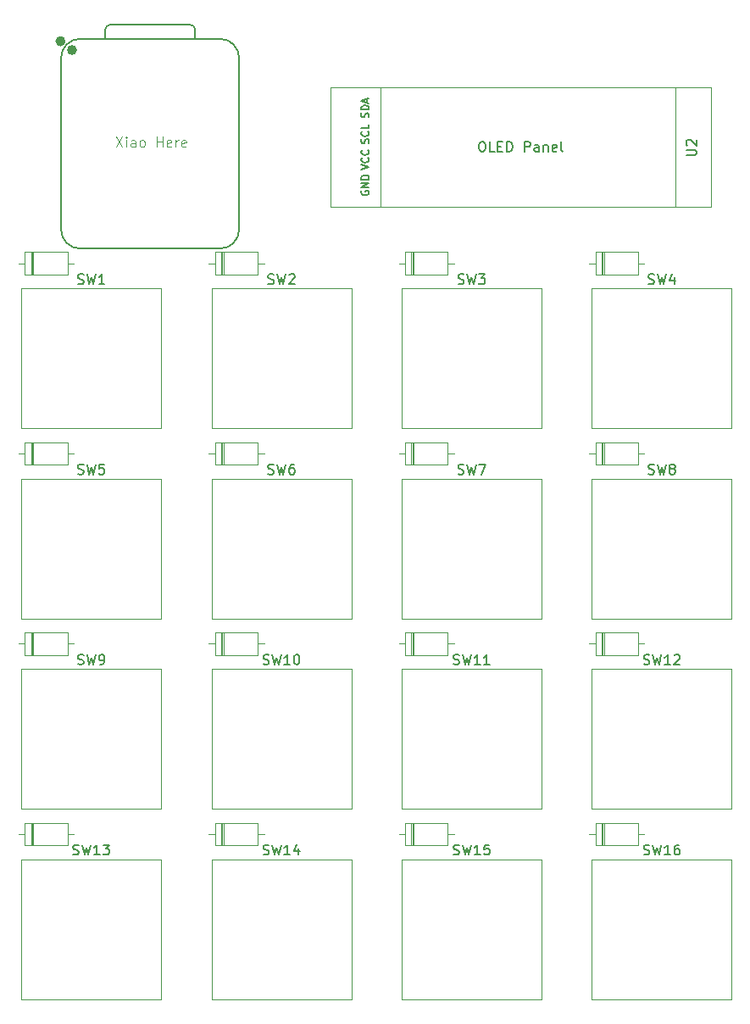
<source format=gto>
%TF.GenerationSoftware,KiCad,Pcbnew,9.0.6*%
%TF.CreationDate,2025-12-06T16:37:22-05:00*%
%TF.ProjectId,hackpad,6861636b-7061-4642-9e6b-696361645f70,rev?*%
%TF.SameCoordinates,Original*%
%TF.FileFunction,Legend,Top*%
%TF.FilePolarity,Positive*%
%FSLAX46Y46*%
G04 Gerber Fmt 4.6, Leading zero omitted, Abs format (unit mm)*
G04 Created by KiCad (PCBNEW 9.0.6) date 2025-12-06 16:37:22*
%MOMM*%
%LPD*%
G01*
G04 APERTURE LIST*
%ADD10C,0.100000*%
%ADD11C,0.150000*%
%ADD12C,0.120000*%
%ADD13C,0.040000*%
%ADD14C,0.127000*%
%ADD15C,0.504000*%
G04 APERTURE END LIST*
D10*
X84952381Y-52372419D02*
X85619047Y-53372419D01*
X85619047Y-52372419D02*
X84952381Y-53372419D01*
X86000000Y-53372419D02*
X86000000Y-52705752D01*
X86000000Y-52372419D02*
X85952381Y-52420038D01*
X85952381Y-52420038D02*
X86000000Y-52467657D01*
X86000000Y-52467657D02*
X86047619Y-52420038D01*
X86047619Y-52420038D02*
X86000000Y-52372419D01*
X86000000Y-52372419D02*
X86000000Y-52467657D01*
X86904761Y-53372419D02*
X86904761Y-52848609D01*
X86904761Y-52848609D02*
X86857142Y-52753371D01*
X86857142Y-52753371D02*
X86761904Y-52705752D01*
X86761904Y-52705752D02*
X86571428Y-52705752D01*
X86571428Y-52705752D02*
X86476190Y-52753371D01*
X86904761Y-53324800D02*
X86809523Y-53372419D01*
X86809523Y-53372419D02*
X86571428Y-53372419D01*
X86571428Y-53372419D02*
X86476190Y-53324800D01*
X86476190Y-53324800D02*
X86428571Y-53229561D01*
X86428571Y-53229561D02*
X86428571Y-53134323D01*
X86428571Y-53134323D02*
X86476190Y-53039085D01*
X86476190Y-53039085D02*
X86571428Y-52991466D01*
X86571428Y-52991466D02*
X86809523Y-52991466D01*
X86809523Y-52991466D02*
X86904761Y-52943847D01*
X87523809Y-53372419D02*
X87428571Y-53324800D01*
X87428571Y-53324800D02*
X87380952Y-53277180D01*
X87380952Y-53277180D02*
X87333333Y-53181942D01*
X87333333Y-53181942D02*
X87333333Y-52896228D01*
X87333333Y-52896228D02*
X87380952Y-52800990D01*
X87380952Y-52800990D02*
X87428571Y-52753371D01*
X87428571Y-52753371D02*
X87523809Y-52705752D01*
X87523809Y-52705752D02*
X87666666Y-52705752D01*
X87666666Y-52705752D02*
X87761904Y-52753371D01*
X87761904Y-52753371D02*
X87809523Y-52800990D01*
X87809523Y-52800990D02*
X87857142Y-52896228D01*
X87857142Y-52896228D02*
X87857142Y-53181942D01*
X87857142Y-53181942D02*
X87809523Y-53277180D01*
X87809523Y-53277180D02*
X87761904Y-53324800D01*
X87761904Y-53324800D02*
X87666666Y-53372419D01*
X87666666Y-53372419D02*
X87523809Y-53372419D01*
X89047619Y-53372419D02*
X89047619Y-52372419D01*
X89047619Y-52848609D02*
X89619047Y-52848609D01*
X89619047Y-53372419D02*
X89619047Y-52372419D01*
X90476190Y-53324800D02*
X90380952Y-53372419D01*
X90380952Y-53372419D02*
X90190476Y-53372419D01*
X90190476Y-53372419D02*
X90095238Y-53324800D01*
X90095238Y-53324800D02*
X90047619Y-53229561D01*
X90047619Y-53229561D02*
X90047619Y-52848609D01*
X90047619Y-52848609D02*
X90095238Y-52753371D01*
X90095238Y-52753371D02*
X90190476Y-52705752D01*
X90190476Y-52705752D02*
X90380952Y-52705752D01*
X90380952Y-52705752D02*
X90476190Y-52753371D01*
X90476190Y-52753371D02*
X90523809Y-52848609D01*
X90523809Y-52848609D02*
X90523809Y-52943847D01*
X90523809Y-52943847D02*
X90047619Y-53039085D01*
X90952381Y-53372419D02*
X90952381Y-52705752D01*
X90952381Y-52896228D02*
X91000000Y-52800990D01*
X91000000Y-52800990D02*
X91047619Y-52753371D01*
X91047619Y-52753371D02*
X91142857Y-52705752D01*
X91142857Y-52705752D02*
X91238095Y-52705752D01*
X91952381Y-53324800D02*
X91857143Y-53372419D01*
X91857143Y-53372419D02*
X91666667Y-53372419D01*
X91666667Y-53372419D02*
X91571429Y-53324800D01*
X91571429Y-53324800D02*
X91523810Y-53229561D01*
X91523810Y-53229561D02*
X91523810Y-52848609D01*
X91523810Y-52848609D02*
X91571429Y-52753371D01*
X91571429Y-52753371D02*
X91666667Y-52705752D01*
X91666667Y-52705752D02*
X91857143Y-52705752D01*
X91857143Y-52705752D02*
X91952381Y-52753371D01*
X91952381Y-52753371D02*
X92000000Y-52848609D01*
X92000000Y-52848609D02*
X92000000Y-52943847D01*
X92000000Y-52943847D02*
X91523810Y-53039085D01*
D11*
X138166667Y-67033200D02*
X138309524Y-67080819D01*
X138309524Y-67080819D02*
X138547619Y-67080819D01*
X138547619Y-67080819D02*
X138642857Y-67033200D01*
X138642857Y-67033200D02*
X138690476Y-66985580D01*
X138690476Y-66985580D02*
X138738095Y-66890342D01*
X138738095Y-66890342D02*
X138738095Y-66795104D01*
X138738095Y-66795104D02*
X138690476Y-66699866D01*
X138690476Y-66699866D02*
X138642857Y-66652247D01*
X138642857Y-66652247D02*
X138547619Y-66604628D01*
X138547619Y-66604628D02*
X138357143Y-66557009D01*
X138357143Y-66557009D02*
X138261905Y-66509390D01*
X138261905Y-66509390D02*
X138214286Y-66461771D01*
X138214286Y-66461771D02*
X138166667Y-66366533D01*
X138166667Y-66366533D02*
X138166667Y-66271295D01*
X138166667Y-66271295D02*
X138214286Y-66176057D01*
X138214286Y-66176057D02*
X138261905Y-66128438D01*
X138261905Y-66128438D02*
X138357143Y-66080819D01*
X138357143Y-66080819D02*
X138595238Y-66080819D01*
X138595238Y-66080819D02*
X138738095Y-66128438D01*
X139071429Y-66080819D02*
X139309524Y-67080819D01*
X139309524Y-67080819D02*
X139500000Y-66366533D01*
X139500000Y-66366533D02*
X139690476Y-67080819D01*
X139690476Y-67080819D02*
X139928572Y-66080819D01*
X140738095Y-66414152D02*
X140738095Y-67080819D01*
X140500000Y-66033200D02*
X140261905Y-66747485D01*
X140261905Y-66747485D02*
X140880952Y-66747485D01*
X99690476Y-124033200D02*
X99833333Y-124080819D01*
X99833333Y-124080819D02*
X100071428Y-124080819D01*
X100071428Y-124080819D02*
X100166666Y-124033200D01*
X100166666Y-124033200D02*
X100214285Y-123985580D01*
X100214285Y-123985580D02*
X100261904Y-123890342D01*
X100261904Y-123890342D02*
X100261904Y-123795104D01*
X100261904Y-123795104D02*
X100214285Y-123699866D01*
X100214285Y-123699866D02*
X100166666Y-123652247D01*
X100166666Y-123652247D02*
X100071428Y-123604628D01*
X100071428Y-123604628D02*
X99880952Y-123557009D01*
X99880952Y-123557009D02*
X99785714Y-123509390D01*
X99785714Y-123509390D02*
X99738095Y-123461771D01*
X99738095Y-123461771D02*
X99690476Y-123366533D01*
X99690476Y-123366533D02*
X99690476Y-123271295D01*
X99690476Y-123271295D02*
X99738095Y-123176057D01*
X99738095Y-123176057D02*
X99785714Y-123128438D01*
X99785714Y-123128438D02*
X99880952Y-123080819D01*
X99880952Y-123080819D02*
X100119047Y-123080819D01*
X100119047Y-123080819D02*
X100261904Y-123128438D01*
X100595238Y-123080819D02*
X100833333Y-124080819D01*
X100833333Y-124080819D02*
X101023809Y-123366533D01*
X101023809Y-123366533D02*
X101214285Y-124080819D01*
X101214285Y-124080819D02*
X101452381Y-123080819D01*
X102357142Y-124080819D02*
X101785714Y-124080819D01*
X102071428Y-124080819D02*
X102071428Y-123080819D01*
X102071428Y-123080819D02*
X101976190Y-123223676D01*
X101976190Y-123223676D02*
X101880952Y-123318914D01*
X101880952Y-123318914D02*
X101785714Y-123366533D01*
X103214285Y-123414152D02*
X103214285Y-124080819D01*
X102976190Y-123033200D02*
X102738095Y-123747485D01*
X102738095Y-123747485D02*
X103357142Y-123747485D01*
X80690476Y-124033200D02*
X80833333Y-124080819D01*
X80833333Y-124080819D02*
X81071428Y-124080819D01*
X81071428Y-124080819D02*
X81166666Y-124033200D01*
X81166666Y-124033200D02*
X81214285Y-123985580D01*
X81214285Y-123985580D02*
X81261904Y-123890342D01*
X81261904Y-123890342D02*
X81261904Y-123795104D01*
X81261904Y-123795104D02*
X81214285Y-123699866D01*
X81214285Y-123699866D02*
X81166666Y-123652247D01*
X81166666Y-123652247D02*
X81071428Y-123604628D01*
X81071428Y-123604628D02*
X80880952Y-123557009D01*
X80880952Y-123557009D02*
X80785714Y-123509390D01*
X80785714Y-123509390D02*
X80738095Y-123461771D01*
X80738095Y-123461771D02*
X80690476Y-123366533D01*
X80690476Y-123366533D02*
X80690476Y-123271295D01*
X80690476Y-123271295D02*
X80738095Y-123176057D01*
X80738095Y-123176057D02*
X80785714Y-123128438D01*
X80785714Y-123128438D02*
X80880952Y-123080819D01*
X80880952Y-123080819D02*
X81119047Y-123080819D01*
X81119047Y-123080819D02*
X81261904Y-123128438D01*
X81595238Y-123080819D02*
X81833333Y-124080819D01*
X81833333Y-124080819D02*
X82023809Y-123366533D01*
X82023809Y-123366533D02*
X82214285Y-124080819D01*
X82214285Y-124080819D02*
X82452381Y-123080819D01*
X83357142Y-124080819D02*
X82785714Y-124080819D01*
X83071428Y-124080819D02*
X83071428Y-123080819D01*
X83071428Y-123080819D02*
X82976190Y-123223676D01*
X82976190Y-123223676D02*
X82880952Y-123318914D01*
X82880952Y-123318914D02*
X82785714Y-123366533D01*
X83690476Y-123080819D02*
X84309523Y-123080819D01*
X84309523Y-123080819D02*
X83976190Y-123461771D01*
X83976190Y-123461771D02*
X84119047Y-123461771D01*
X84119047Y-123461771D02*
X84214285Y-123509390D01*
X84214285Y-123509390D02*
X84261904Y-123557009D01*
X84261904Y-123557009D02*
X84309523Y-123652247D01*
X84309523Y-123652247D02*
X84309523Y-123890342D01*
X84309523Y-123890342D02*
X84261904Y-123985580D01*
X84261904Y-123985580D02*
X84214285Y-124033200D01*
X84214285Y-124033200D02*
X84119047Y-124080819D01*
X84119047Y-124080819D02*
X83833333Y-124080819D01*
X83833333Y-124080819D02*
X83738095Y-124033200D01*
X83738095Y-124033200D02*
X83690476Y-123985580D01*
X137690476Y-105033200D02*
X137833333Y-105080819D01*
X137833333Y-105080819D02*
X138071428Y-105080819D01*
X138071428Y-105080819D02*
X138166666Y-105033200D01*
X138166666Y-105033200D02*
X138214285Y-104985580D01*
X138214285Y-104985580D02*
X138261904Y-104890342D01*
X138261904Y-104890342D02*
X138261904Y-104795104D01*
X138261904Y-104795104D02*
X138214285Y-104699866D01*
X138214285Y-104699866D02*
X138166666Y-104652247D01*
X138166666Y-104652247D02*
X138071428Y-104604628D01*
X138071428Y-104604628D02*
X137880952Y-104557009D01*
X137880952Y-104557009D02*
X137785714Y-104509390D01*
X137785714Y-104509390D02*
X137738095Y-104461771D01*
X137738095Y-104461771D02*
X137690476Y-104366533D01*
X137690476Y-104366533D02*
X137690476Y-104271295D01*
X137690476Y-104271295D02*
X137738095Y-104176057D01*
X137738095Y-104176057D02*
X137785714Y-104128438D01*
X137785714Y-104128438D02*
X137880952Y-104080819D01*
X137880952Y-104080819D02*
X138119047Y-104080819D01*
X138119047Y-104080819D02*
X138261904Y-104128438D01*
X138595238Y-104080819D02*
X138833333Y-105080819D01*
X138833333Y-105080819D02*
X139023809Y-104366533D01*
X139023809Y-104366533D02*
X139214285Y-105080819D01*
X139214285Y-105080819D02*
X139452381Y-104080819D01*
X140357142Y-105080819D02*
X139785714Y-105080819D01*
X140071428Y-105080819D02*
X140071428Y-104080819D01*
X140071428Y-104080819D02*
X139976190Y-104223676D01*
X139976190Y-104223676D02*
X139880952Y-104318914D01*
X139880952Y-104318914D02*
X139785714Y-104366533D01*
X140738095Y-104176057D02*
X140785714Y-104128438D01*
X140785714Y-104128438D02*
X140880952Y-104080819D01*
X140880952Y-104080819D02*
X141119047Y-104080819D01*
X141119047Y-104080819D02*
X141214285Y-104128438D01*
X141214285Y-104128438D02*
X141261904Y-104176057D01*
X141261904Y-104176057D02*
X141309523Y-104271295D01*
X141309523Y-104271295D02*
X141309523Y-104366533D01*
X141309523Y-104366533D02*
X141261904Y-104509390D01*
X141261904Y-104509390D02*
X140690476Y-105080819D01*
X140690476Y-105080819D02*
X141309523Y-105080819D01*
X99690476Y-105033200D02*
X99833333Y-105080819D01*
X99833333Y-105080819D02*
X100071428Y-105080819D01*
X100071428Y-105080819D02*
X100166666Y-105033200D01*
X100166666Y-105033200D02*
X100214285Y-104985580D01*
X100214285Y-104985580D02*
X100261904Y-104890342D01*
X100261904Y-104890342D02*
X100261904Y-104795104D01*
X100261904Y-104795104D02*
X100214285Y-104699866D01*
X100214285Y-104699866D02*
X100166666Y-104652247D01*
X100166666Y-104652247D02*
X100071428Y-104604628D01*
X100071428Y-104604628D02*
X99880952Y-104557009D01*
X99880952Y-104557009D02*
X99785714Y-104509390D01*
X99785714Y-104509390D02*
X99738095Y-104461771D01*
X99738095Y-104461771D02*
X99690476Y-104366533D01*
X99690476Y-104366533D02*
X99690476Y-104271295D01*
X99690476Y-104271295D02*
X99738095Y-104176057D01*
X99738095Y-104176057D02*
X99785714Y-104128438D01*
X99785714Y-104128438D02*
X99880952Y-104080819D01*
X99880952Y-104080819D02*
X100119047Y-104080819D01*
X100119047Y-104080819D02*
X100261904Y-104128438D01*
X100595238Y-104080819D02*
X100833333Y-105080819D01*
X100833333Y-105080819D02*
X101023809Y-104366533D01*
X101023809Y-104366533D02*
X101214285Y-105080819D01*
X101214285Y-105080819D02*
X101452381Y-104080819D01*
X102357142Y-105080819D02*
X101785714Y-105080819D01*
X102071428Y-105080819D02*
X102071428Y-104080819D01*
X102071428Y-104080819D02*
X101976190Y-104223676D01*
X101976190Y-104223676D02*
X101880952Y-104318914D01*
X101880952Y-104318914D02*
X101785714Y-104366533D01*
X102976190Y-104080819D02*
X103071428Y-104080819D01*
X103071428Y-104080819D02*
X103166666Y-104128438D01*
X103166666Y-104128438D02*
X103214285Y-104176057D01*
X103214285Y-104176057D02*
X103261904Y-104271295D01*
X103261904Y-104271295D02*
X103309523Y-104461771D01*
X103309523Y-104461771D02*
X103309523Y-104699866D01*
X103309523Y-104699866D02*
X103261904Y-104890342D01*
X103261904Y-104890342D02*
X103214285Y-104985580D01*
X103214285Y-104985580D02*
X103166666Y-105033200D01*
X103166666Y-105033200D02*
X103071428Y-105080819D01*
X103071428Y-105080819D02*
X102976190Y-105080819D01*
X102976190Y-105080819D02*
X102880952Y-105033200D01*
X102880952Y-105033200D02*
X102833333Y-104985580D01*
X102833333Y-104985580D02*
X102785714Y-104890342D01*
X102785714Y-104890342D02*
X102738095Y-104699866D01*
X102738095Y-104699866D02*
X102738095Y-104461771D01*
X102738095Y-104461771D02*
X102785714Y-104271295D01*
X102785714Y-104271295D02*
X102833333Y-104176057D01*
X102833333Y-104176057D02*
X102880952Y-104128438D01*
X102880952Y-104128438D02*
X102976190Y-104080819D01*
X81166667Y-86033200D02*
X81309524Y-86080819D01*
X81309524Y-86080819D02*
X81547619Y-86080819D01*
X81547619Y-86080819D02*
X81642857Y-86033200D01*
X81642857Y-86033200D02*
X81690476Y-85985580D01*
X81690476Y-85985580D02*
X81738095Y-85890342D01*
X81738095Y-85890342D02*
X81738095Y-85795104D01*
X81738095Y-85795104D02*
X81690476Y-85699866D01*
X81690476Y-85699866D02*
X81642857Y-85652247D01*
X81642857Y-85652247D02*
X81547619Y-85604628D01*
X81547619Y-85604628D02*
X81357143Y-85557009D01*
X81357143Y-85557009D02*
X81261905Y-85509390D01*
X81261905Y-85509390D02*
X81214286Y-85461771D01*
X81214286Y-85461771D02*
X81166667Y-85366533D01*
X81166667Y-85366533D02*
X81166667Y-85271295D01*
X81166667Y-85271295D02*
X81214286Y-85176057D01*
X81214286Y-85176057D02*
X81261905Y-85128438D01*
X81261905Y-85128438D02*
X81357143Y-85080819D01*
X81357143Y-85080819D02*
X81595238Y-85080819D01*
X81595238Y-85080819D02*
X81738095Y-85128438D01*
X82071429Y-85080819D02*
X82309524Y-86080819D01*
X82309524Y-86080819D02*
X82500000Y-85366533D01*
X82500000Y-85366533D02*
X82690476Y-86080819D01*
X82690476Y-86080819D02*
X82928572Y-85080819D01*
X83785714Y-85080819D02*
X83309524Y-85080819D01*
X83309524Y-85080819D02*
X83261905Y-85557009D01*
X83261905Y-85557009D02*
X83309524Y-85509390D01*
X83309524Y-85509390D02*
X83404762Y-85461771D01*
X83404762Y-85461771D02*
X83642857Y-85461771D01*
X83642857Y-85461771D02*
X83738095Y-85509390D01*
X83738095Y-85509390D02*
X83785714Y-85557009D01*
X83785714Y-85557009D02*
X83833333Y-85652247D01*
X83833333Y-85652247D02*
X83833333Y-85890342D01*
X83833333Y-85890342D02*
X83785714Y-85985580D01*
X83785714Y-85985580D02*
X83738095Y-86033200D01*
X83738095Y-86033200D02*
X83642857Y-86080819D01*
X83642857Y-86080819D02*
X83404762Y-86080819D01*
X83404762Y-86080819D02*
X83309524Y-86033200D01*
X83309524Y-86033200D02*
X83261905Y-85985580D01*
X119166667Y-86033200D02*
X119309524Y-86080819D01*
X119309524Y-86080819D02*
X119547619Y-86080819D01*
X119547619Y-86080819D02*
X119642857Y-86033200D01*
X119642857Y-86033200D02*
X119690476Y-85985580D01*
X119690476Y-85985580D02*
X119738095Y-85890342D01*
X119738095Y-85890342D02*
X119738095Y-85795104D01*
X119738095Y-85795104D02*
X119690476Y-85699866D01*
X119690476Y-85699866D02*
X119642857Y-85652247D01*
X119642857Y-85652247D02*
X119547619Y-85604628D01*
X119547619Y-85604628D02*
X119357143Y-85557009D01*
X119357143Y-85557009D02*
X119261905Y-85509390D01*
X119261905Y-85509390D02*
X119214286Y-85461771D01*
X119214286Y-85461771D02*
X119166667Y-85366533D01*
X119166667Y-85366533D02*
X119166667Y-85271295D01*
X119166667Y-85271295D02*
X119214286Y-85176057D01*
X119214286Y-85176057D02*
X119261905Y-85128438D01*
X119261905Y-85128438D02*
X119357143Y-85080819D01*
X119357143Y-85080819D02*
X119595238Y-85080819D01*
X119595238Y-85080819D02*
X119738095Y-85128438D01*
X120071429Y-85080819D02*
X120309524Y-86080819D01*
X120309524Y-86080819D02*
X120500000Y-85366533D01*
X120500000Y-85366533D02*
X120690476Y-86080819D01*
X120690476Y-86080819D02*
X120928572Y-85080819D01*
X121214286Y-85080819D02*
X121880952Y-85080819D01*
X121880952Y-85080819D02*
X121452381Y-86080819D01*
X137690476Y-124033200D02*
X137833333Y-124080819D01*
X137833333Y-124080819D02*
X138071428Y-124080819D01*
X138071428Y-124080819D02*
X138166666Y-124033200D01*
X138166666Y-124033200D02*
X138214285Y-123985580D01*
X138214285Y-123985580D02*
X138261904Y-123890342D01*
X138261904Y-123890342D02*
X138261904Y-123795104D01*
X138261904Y-123795104D02*
X138214285Y-123699866D01*
X138214285Y-123699866D02*
X138166666Y-123652247D01*
X138166666Y-123652247D02*
X138071428Y-123604628D01*
X138071428Y-123604628D02*
X137880952Y-123557009D01*
X137880952Y-123557009D02*
X137785714Y-123509390D01*
X137785714Y-123509390D02*
X137738095Y-123461771D01*
X137738095Y-123461771D02*
X137690476Y-123366533D01*
X137690476Y-123366533D02*
X137690476Y-123271295D01*
X137690476Y-123271295D02*
X137738095Y-123176057D01*
X137738095Y-123176057D02*
X137785714Y-123128438D01*
X137785714Y-123128438D02*
X137880952Y-123080819D01*
X137880952Y-123080819D02*
X138119047Y-123080819D01*
X138119047Y-123080819D02*
X138261904Y-123128438D01*
X138595238Y-123080819D02*
X138833333Y-124080819D01*
X138833333Y-124080819D02*
X139023809Y-123366533D01*
X139023809Y-123366533D02*
X139214285Y-124080819D01*
X139214285Y-124080819D02*
X139452381Y-123080819D01*
X140357142Y-124080819D02*
X139785714Y-124080819D01*
X140071428Y-124080819D02*
X140071428Y-123080819D01*
X140071428Y-123080819D02*
X139976190Y-123223676D01*
X139976190Y-123223676D02*
X139880952Y-123318914D01*
X139880952Y-123318914D02*
X139785714Y-123366533D01*
X141214285Y-123080819D02*
X141023809Y-123080819D01*
X141023809Y-123080819D02*
X140928571Y-123128438D01*
X140928571Y-123128438D02*
X140880952Y-123176057D01*
X140880952Y-123176057D02*
X140785714Y-123318914D01*
X140785714Y-123318914D02*
X140738095Y-123509390D01*
X140738095Y-123509390D02*
X140738095Y-123890342D01*
X140738095Y-123890342D02*
X140785714Y-123985580D01*
X140785714Y-123985580D02*
X140833333Y-124033200D01*
X140833333Y-124033200D02*
X140928571Y-124080819D01*
X140928571Y-124080819D02*
X141119047Y-124080819D01*
X141119047Y-124080819D02*
X141214285Y-124033200D01*
X141214285Y-124033200D02*
X141261904Y-123985580D01*
X141261904Y-123985580D02*
X141309523Y-123890342D01*
X141309523Y-123890342D02*
X141309523Y-123652247D01*
X141309523Y-123652247D02*
X141261904Y-123557009D01*
X141261904Y-123557009D02*
X141214285Y-123509390D01*
X141214285Y-123509390D02*
X141119047Y-123461771D01*
X141119047Y-123461771D02*
X140928571Y-123461771D01*
X140928571Y-123461771D02*
X140833333Y-123509390D01*
X140833333Y-123509390D02*
X140785714Y-123557009D01*
X140785714Y-123557009D02*
X140738095Y-123652247D01*
X138166667Y-86033200D02*
X138309524Y-86080819D01*
X138309524Y-86080819D02*
X138547619Y-86080819D01*
X138547619Y-86080819D02*
X138642857Y-86033200D01*
X138642857Y-86033200D02*
X138690476Y-85985580D01*
X138690476Y-85985580D02*
X138738095Y-85890342D01*
X138738095Y-85890342D02*
X138738095Y-85795104D01*
X138738095Y-85795104D02*
X138690476Y-85699866D01*
X138690476Y-85699866D02*
X138642857Y-85652247D01*
X138642857Y-85652247D02*
X138547619Y-85604628D01*
X138547619Y-85604628D02*
X138357143Y-85557009D01*
X138357143Y-85557009D02*
X138261905Y-85509390D01*
X138261905Y-85509390D02*
X138214286Y-85461771D01*
X138214286Y-85461771D02*
X138166667Y-85366533D01*
X138166667Y-85366533D02*
X138166667Y-85271295D01*
X138166667Y-85271295D02*
X138214286Y-85176057D01*
X138214286Y-85176057D02*
X138261905Y-85128438D01*
X138261905Y-85128438D02*
X138357143Y-85080819D01*
X138357143Y-85080819D02*
X138595238Y-85080819D01*
X138595238Y-85080819D02*
X138738095Y-85128438D01*
X139071429Y-85080819D02*
X139309524Y-86080819D01*
X139309524Y-86080819D02*
X139500000Y-85366533D01*
X139500000Y-85366533D02*
X139690476Y-86080819D01*
X139690476Y-86080819D02*
X139928572Y-85080819D01*
X140452381Y-85509390D02*
X140357143Y-85461771D01*
X140357143Y-85461771D02*
X140309524Y-85414152D01*
X140309524Y-85414152D02*
X140261905Y-85318914D01*
X140261905Y-85318914D02*
X140261905Y-85271295D01*
X140261905Y-85271295D02*
X140309524Y-85176057D01*
X140309524Y-85176057D02*
X140357143Y-85128438D01*
X140357143Y-85128438D02*
X140452381Y-85080819D01*
X140452381Y-85080819D02*
X140642857Y-85080819D01*
X140642857Y-85080819D02*
X140738095Y-85128438D01*
X140738095Y-85128438D02*
X140785714Y-85176057D01*
X140785714Y-85176057D02*
X140833333Y-85271295D01*
X140833333Y-85271295D02*
X140833333Y-85318914D01*
X140833333Y-85318914D02*
X140785714Y-85414152D01*
X140785714Y-85414152D02*
X140738095Y-85461771D01*
X140738095Y-85461771D02*
X140642857Y-85509390D01*
X140642857Y-85509390D02*
X140452381Y-85509390D01*
X140452381Y-85509390D02*
X140357143Y-85557009D01*
X140357143Y-85557009D02*
X140309524Y-85604628D01*
X140309524Y-85604628D02*
X140261905Y-85699866D01*
X140261905Y-85699866D02*
X140261905Y-85890342D01*
X140261905Y-85890342D02*
X140309524Y-85985580D01*
X140309524Y-85985580D02*
X140357143Y-86033200D01*
X140357143Y-86033200D02*
X140452381Y-86080819D01*
X140452381Y-86080819D02*
X140642857Y-86080819D01*
X140642857Y-86080819D02*
X140738095Y-86033200D01*
X140738095Y-86033200D02*
X140785714Y-85985580D01*
X140785714Y-85985580D02*
X140833333Y-85890342D01*
X140833333Y-85890342D02*
X140833333Y-85699866D01*
X140833333Y-85699866D02*
X140785714Y-85604628D01*
X140785714Y-85604628D02*
X140738095Y-85557009D01*
X140738095Y-85557009D02*
X140642857Y-85509390D01*
X100166667Y-86033200D02*
X100309524Y-86080819D01*
X100309524Y-86080819D02*
X100547619Y-86080819D01*
X100547619Y-86080819D02*
X100642857Y-86033200D01*
X100642857Y-86033200D02*
X100690476Y-85985580D01*
X100690476Y-85985580D02*
X100738095Y-85890342D01*
X100738095Y-85890342D02*
X100738095Y-85795104D01*
X100738095Y-85795104D02*
X100690476Y-85699866D01*
X100690476Y-85699866D02*
X100642857Y-85652247D01*
X100642857Y-85652247D02*
X100547619Y-85604628D01*
X100547619Y-85604628D02*
X100357143Y-85557009D01*
X100357143Y-85557009D02*
X100261905Y-85509390D01*
X100261905Y-85509390D02*
X100214286Y-85461771D01*
X100214286Y-85461771D02*
X100166667Y-85366533D01*
X100166667Y-85366533D02*
X100166667Y-85271295D01*
X100166667Y-85271295D02*
X100214286Y-85176057D01*
X100214286Y-85176057D02*
X100261905Y-85128438D01*
X100261905Y-85128438D02*
X100357143Y-85080819D01*
X100357143Y-85080819D02*
X100595238Y-85080819D01*
X100595238Y-85080819D02*
X100738095Y-85128438D01*
X101071429Y-85080819D02*
X101309524Y-86080819D01*
X101309524Y-86080819D02*
X101500000Y-85366533D01*
X101500000Y-85366533D02*
X101690476Y-86080819D01*
X101690476Y-86080819D02*
X101928572Y-85080819D01*
X102738095Y-85080819D02*
X102547619Y-85080819D01*
X102547619Y-85080819D02*
X102452381Y-85128438D01*
X102452381Y-85128438D02*
X102404762Y-85176057D01*
X102404762Y-85176057D02*
X102309524Y-85318914D01*
X102309524Y-85318914D02*
X102261905Y-85509390D01*
X102261905Y-85509390D02*
X102261905Y-85890342D01*
X102261905Y-85890342D02*
X102309524Y-85985580D01*
X102309524Y-85985580D02*
X102357143Y-86033200D01*
X102357143Y-86033200D02*
X102452381Y-86080819D01*
X102452381Y-86080819D02*
X102642857Y-86080819D01*
X102642857Y-86080819D02*
X102738095Y-86033200D01*
X102738095Y-86033200D02*
X102785714Y-85985580D01*
X102785714Y-85985580D02*
X102833333Y-85890342D01*
X102833333Y-85890342D02*
X102833333Y-85652247D01*
X102833333Y-85652247D02*
X102785714Y-85557009D01*
X102785714Y-85557009D02*
X102738095Y-85509390D01*
X102738095Y-85509390D02*
X102642857Y-85461771D01*
X102642857Y-85461771D02*
X102452381Y-85461771D01*
X102452381Y-85461771D02*
X102357143Y-85509390D01*
X102357143Y-85509390D02*
X102309524Y-85557009D01*
X102309524Y-85557009D02*
X102261905Y-85652247D01*
X100166667Y-67033200D02*
X100309524Y-67080819D01*
X100309524Y-67080819D02*
X100547619Y-67080819D01*
X100547619Y-67080819D02*
X100642857Y-67033200D01*
X100642857Y-67033200D02*
X100690476Y-66985580D01*
X100690476Y-66985580D02*
X100738095Y-66890342D01*
X100738095Y-66890342D02*
X100738095Y-66795104D01*
X100738095Y-66795104D02*
X100690476Y-66699866D01*
X100690476Y-66699866D02*
X100642857Y-66652247D01*
X100642857Y-66652247D02*
X100547619Y-66604628D01*
X100547619Y-66604628D02*
X100357143Y-66557009D01*
X100357143Y-66557009D02*
X100261905Y-66509390D01*
X100261905Y-66509390D02*
X100214286Y-66461771D01*
X100214286Y-66461771D02*
X100166667Y-66366533D01*
X100166667Y-66366533D02*
X100166667Y-66271295D01*
X100166667Y-66271295D02*
X100214286Y-66176057D01*
X100214286Y-66176057D02*
X100261905Y-66128438D01*
X100261905Y-66128438D02*
X100357143Y-66080819D01*
X100357143Y-66080819D02*
X100595238Y-66080819D01*
X100595238Y-66080819D02*
X100738095Y-66128438D01*
X101071429Y-66080819D02*
X101309524Y-67080819D01*
X101309524Y-67080819D02*
X101500000Y-66366533D01*
X101500000Y-66366533D02*
X101690476Y-67080819D01*
X101690476Y-67080819D02*
X101928572Y-66080819D01*
X102261905Y-66176057D02*
X102309524Y-66128438D01*
X102309524Y-66128438D02*
X102404762Y-66080819D01*
X102404762Y-66080819D02*
X102642857Y-66080819D01*
X102642857Y-66080819D02*
X102738095Y-66128438D01*
X102738095Y-66128438D02*
X102785714Y-66176057D01*
X102785714Y-66176057D02*
X102833333Y-66271295D01*
X102833333Y-66271295D02*
X102833333Y-66366533D01*
X102833333Y-66366533D02*
X102785714Y-66509390D01*
X102785714Y-66509390D02*
X102214286Y-67080819D01*
X102214286Y-67080819D02*
X102833333Y-67080819D01*
X81166667Y-105033200D02*
X81309524Y-105080819D01*
X81309524Y-105080819D02*
X81547619Y-105080819D01*
X81547619Y-105080819D02*
X81642857Y-105033200D01*
X81642857Y-105033200D02*
X81690476Y-104985580D01*
X81690476Y-104985580D02*
X81738095Y-104890342D01*
X81738095Y-104890342D02*
X81738095Y-104795104D01*
X81738095Y-104795104D02*
X81690476Y-104699866D01*
X81690476Y-104699866D02*
X81642857Y-104652247D01*
X81642857Y-104652247D02*
X81547619Y-104604628D01*
X81547619Y-104604628D02*
X81357143Y-104557009D01*
X81357143Y-104557009D02*
X81261905Y-104509390D01*
X81261905Y-104509390D02*
X81214286Y-104461771D01*
X81214286Y-104461771D02*
X81166667Y-104366533D01*
X81166667Y-104366533D02*
X81166667Y-104271295D01*
X81166667Y-104271295D02*
X81214286Y-104176057D01*
X81214286Y-104176057D02*
X81261905Y-104128438D01*
X81261905Y-104128438D02*
X81357143Y-104080819D01*
X81357143Y-104080819D02*
X81595238Y-104080819D01*
X81595238Y-104080819D02*
X81738095Y-104128438D01*
X82071429Y-104080819D02*
X82309524Y-105080819D01*
X82309524Y-105080819D02*
X82500000Y-104366533D01*
X82500000Y-104366533D02*
X82690476Y-105080819D01*
X82690476Y-105080819D02*
X82928572Y-104080819D01*
X83357143Y-105080819D02*
X83547619Y-105080819D01*
X83547619Y-105080819D02*
X83642857Y-105033200D01*
X83642857Y-105033200D02*
X83690476Y-104985580D01*
X83690476Y-104985580D02*
X83785714Y-104842723D01*
X83785714Y-104842723D02*
X83833333Y-104652247D01*
X83833333Y-104652247D02*
X83833333Y-104271295D01*
X83833333Y-104271295D02*
X83785714Y-104176057D01*
X83785714Y-104176057D02*
X83738095Y-104128438D01*
X83738095Y-104128438D02*
X83642857Y-104080819D01*
X83642857Y-104080819D02*
X83452381Y-104080819D01*
X83452381Y-104080819D02*
X83357143Y-104128438D01*
X83357143Y-104128438D02*
X83309524Y-104176057D01*
X83309524Y-104176057D02*
X83261905Y-104271295D01*
X83261905Y-104271295D02*
X83261905Y-104509390D01*
X83261905Y-104509390D02*
X83309524Y-104604628D01*
X83309524Y-104604628D02*
X83357143Y-104652247D01*
X83357143Y-104652247D02*
X83452381Y-104699866D01*
X83452381Y-104699866D02*
X83642857Y-104699866D01*
X83642857Y-104699866D02*
X83738095Y-104652247D01*
X83738095Y-104652247D02*
X83785714Y-104604628D01*
X83785714Y-104604628D02*
X83833333Y-104509390D01*
X141939819Y-54236904D02*
X142749342Y-54236904D01*
X142749342Y-54236904D02*
X142844580Y-54189285D01*
X142844580Y-54189285D02*
X142892200Y-54141666D01*
X142892200Y-54141666D02*
X142939819Y-54046428D01*
X142939819Y-54046428D02*
X142939819Y-53855952D01*
X142939819Y-53855952D02*
X142892200Y-53760714D01*
X142892200Y-53760714D02*
X142844580Y-53713095D01*
X142844580Y-53713095D02*
X142749342Y-53665476D01*
X142749342Y-53665476D02*
X141939819Y-53665476D01*
X142035057Y-53236904D02*
X141987438Y-53189285D01*
X141987438Y-53189285D02*
X141939819Y-53094047D01*
X141939819Y-53094047D02*
X141939819Y-52855952D01*
X141939819Y-52855952D02*
X141987438Y-52760714D01*
X141987438Y-52760714D02*
X142035057Y-52713095D01*
X142035057Y-52713095D02*
X142130295Y-52665476D01*
X142130295Y-52665476D02*
X142225533Y-52665476D01*
X142225533Y-52665476D02*
X142368390Y-52713095D01*
X142368390Y-52713095D02*
X142939819Y-53284523D01*
X142939819Y-53284523D02*
X142939819Y-52665476D01*
X110188450Y-50410713D02*
X110224164Y-50303571D01*
X110224164Y-50303571D02*
X110224164Y-50124999D01*
X110224164Y-50124999D02*
X110188450Y-50053571D01*
X110188450Y-50053571D02*
X110152735Y-50017856D01*
X110152735Y-50017856D02*
X110081307Y-49982142D01*
X110081307Y-49982142D02*
X110009878Y-49982142D01*
X110009878Y-49982142D02*
X109938450Y-50017856D01*
X109938450Y-50017856D02*
X109902735Y-50053571D01*
X109902735Y-50053571D02*
X109867021Y-50124999D01*
X109867021Y-50124999D02*
X109831307Y-50267856D01*
X109831307Y-50267856D02*
X109795592Y-50339285D01*
X109795592Y-50339285D02*
X109759878Y-50374999D01*
X109759878Y-50374999D02*
X109688450Y-50410713D01*
X109688450Y-50410713D02*
X109617021Y-50410713D01*
X109617021Y-50410713D02*
X109545592Y-50374999D01*
X109545592Y-50374999D02*
X109509878Y-50339285D01*
X109509878Y-50339285D02*
X109474164Y-50267856D01*
X109474164Y-50267856D02*
X109474164Y-50089285D01*
X109474164Y-50089285D02*
X109509878Y-49982142D01*
X110224164Y-49660713D02*
X109474164Y-49660713D01*
X109474164Y-49660713D02*
X109474164Y-49482142D01*
X109474164Y-49482142D02*
X109509878Y-49374999D01*
X109509878Y-49374999D02*
X109581307Y-49303570D01*
X109581307Y-49303570D02*
X109652735Y-49267856D01*
X109652735Y-49267856D02*
X109795592Y-49232142D01*
X109795592Y-49232142D02*
X109902735Y-49232142D01*
X109902735Y-49232142D02*
X110045592Y-49267856D01*
X110045592Y-49267856D02*
X110117021Y-49303570D01*
X110117021Y-49303570D02*
X110188450Y-49374999D01*
X110188450Y-49374999D02*
X110224164Y-49482142D01*
X110224164Y-49482142D02*
X110224164Y-49660713D01*
X110009878Y-48946427D02*
X110009878Y-48589285D01*
X110224164Y-49017856D02*
X109474164Y-48767856D01*
X109474164Y-48767856D02*
X110224164Y-48517856D01*
X121456428Y-52839819D02*
X121646904Y-52839819D01*
X121646904Y-52839819D02*
X121742142Y-52887438D01*
X121742142Y-52887438D02*
X121837380Y-52982676D01*
X121837380Y-52982676D02*
X121884999Y-53173152D01*
X121884999Y-53173152D02*
X121884999Y-53506485D01*
X121884999Y-53506485D02*
X121837380Y-53696961D01*
X121837380Y-53696961D02*
X121742142Y-53792200D01*
X121742142Y-53792200D02*
X121646904Y-53839819D01*
X121646904Y-53839819D02*
X121456428Y-53839819D01*
X121456428Y-53839819D02*
X121361190Y-53792200D01*
X121361190Y-53792200D02*
X121265952Y-53696961D01*
X121265952Y-53696961D02*
X121218333Y-53506485D01*
X121218333Y-53506485D02*
X121218333Y-53173152D01*
X121218333Y-53173152D02*
X121265952Y-52982676D01*
X121265952Y-52982676D02*
X121361190Y-52887438D01*
X121361190Y-52887438D02*
X121456428Y-52839819D01*
X122789761Y-53839819D02*
X122313571Y-53839819D01*
X122313571Y-53839819D02*
X122313571Y-52839819D01*
X123123095Y-53316009D02*
X123456428Y-53316009D01*
X123599285Y-53839819D02*
X123123095Y-53839819D01*
X123123095Y-53839819D02*
X123123095Y-52839819D01*
X123123095Y-52839819D02*
X123599285Y-52839819D01*
X124027857Y-53839819D02*
X124027857Y-52839819D01*
X124027857Y-52839819D02*
X124265952Y-52839819D01*
X124265952Y-52839819D02*
X124408809Y-52887438D01*
X124408809Y-52887438D02*
X124504047Y-52982676D01*
X124504047Y-52982676D02*
X124551666Y-53077914D01*
X124551666Y-53077914D02*
X124599285Y-53268390D01*
X124599285Y-53268390D02*
X124599285Y-53411247D01*
X124599285Y-53411247D02*
X124551666Y-53601723D01*
X124551666Y-53601723D02*
X124504047Y-53696961D01*
X124504047Y-53696961D02*
X124408809Y-53792200D01*
X124408809Y-53792200D02*
X124265952Y-53839819D01*
X124265952Y-53839819D02*
X124027857Y-53839819D01*
X125789762Y-53839819D02*
X125789762Y-52839819D01*
X125789762Y-52839819D02*
X126170714Y-52839819D01*
X126170714Y-52839819D02*
X126265952Y-52887438D01*
X126265952Y-52887438D02*
X126313571Y-52935057D01*
X126313571Y-52935057D02*
X126361190Y-53030295D01*
X126361190Y-53030295D02*
X126361190Y-53173152D01*
X126361190Y-53173152D02*
X126313571Y-53268390D01*
X126313571Y-53268390D02*
X126265952Y-53316009D01*
X126265952Y-53316009D02*
X126170714Y-53363628D01*
X126170714Y-53363628D02*
X125789762Y-53363628D01*
X127218333Y-53839819D02*
X127218333Y-53316009D01*
X127218333Y-53316009D02*
X127170714Y-53220771D01*
X127170714Y-53220771D02*
X127075476Y-53173152D01*
X127075476Y-53173152D02*
X126885000Y-53173152D01*
X126885000Y-53173152D02*
X126789762Y-53220771D01*
X127218333Y-53792200D02*
X127123095Y-53839819D01*
X127123095Y-53839819D02*
X126885000Y-53839819D01*
X126885000Y-53839819D02*
X126789762Y-53792200D01*
X126789762Y-53792200D02*
X126742143Y-53696961D01*
X126742143Y-53696961D02*
X126742143Y-53601723D01*
X126742143Y-53601723D02*
X126789762Y-53506485D01*
X126789762Y-53506485D02*
X126885000Y-53458866D01*
X126885000Y-53458866D02*
X127123095Y-53458866D01*
X127123095Y-53458866D02*
X127218333Y-53411247D01*
X127694524Y-53173152D02*
X127694524Y-53839819D01*
X127694524Y-53268390D02*
X127742143Y-53220771D01*
X127742143Y-53220771D02*
X127837381Y-53173152D01*
X127837381Y-53173152D02*
X127980238Y-53173152D01*
X127980238Y-53173152D02*
X128075476Y-53220771D01*
X128075476Y-53220771D02*
X128123095Y-53316009D01*
X128123095Y-53316009D02*
X128123095Y-53839819D01*
X128980238Y-53792200D02*
X128885000Y-53839819D01*
X128885000Y-53839819D02*
X128694524Y-53839819D01*
X128694524Y-53839819D02*
X128599286Y-53792200D01*
X128599286Y-53792200D02*
X128551667Y-53696961D01*
X128551667Y-53696961D02*
X128551667Y-53316009D01*
X128551667Y-53316009D02*
X128599286Y-53220771D01*
X128599286Y-53220771D02*
X128694524Y-53173152D01*
X128694524Y-53173152D02*
X128885000Y-53173152D01*
X128885000Y-53173152D02*
X128980238Y-53220771D01*
X128980238Y-53220771D02*
X129027857Y-53316009D01*
X129027857Y-53316009D02*
X129027857Y-53411247D01*
X129027857Y-53411247D02*
X128551667Y-53506485D01*
X129599286Y-53839819D02*
X129504048Y-53792200D01*
X129504048Y-53792200D02*
X129456429Y-53696961D01*
X129456429Y-53696961D02*
X129456429Y-52839819D01*
X109474164Y-55654999D02*
X110224164Y-55404999D01*
X110224164Y-55404999D02*
X109474164Y-55154999D01*
X110152735Y-54476428D02*
X110188450Y-54512142D01*
X110188450Y-54512142D02*
X110224164Y-54619285D01*
X110224164Y-54619285D02*
X110224164Y-54690713D01*
X110224164Y-54690713D02*
X110188450Y-54797856D01*
X110188450Y-54797856D02*
X110117021Y-54869285D01*
X110117021Y-54869285D02*
X110045592Y-54904999D01*
X110045592Y-54904999D02*
X109902735Y-54940713D01*
X109902735Y-54940713D02*
X109795592Y-54940713D01*
X109795592Y-54940713D02*
X109652735Y-54904999D01*
X109652735Y-54904999D02*
X109581307Y-54869285D01*
X109581307Y-54869285D02*
X109509878Y-54797856D01*
X109509878Y-54797856D02*
X109474164Y-54690713D01*
X109474164Y-54690713D02*
X109474164Y-54619285D01*
X109474164Y-54619285D02*
X109509878Y-54512142D01*
X109509878Y-54512142D02*
X109545592Y-54476428D01*
X110152735Y-53726428D02*
X110188450Y-53762142D01*
X110188450Y-53762142D02*
X110224164Y-53869285D01*
X110224164Y-53869285D02*
X110224164Y-53940713D01*
X110224164Y-53940713D02*
X110188450Y-54047856D01*
X110188450Y-54047856D02*
X110117021Y-54119285D01*
X110117021Y-54119285D02*
X110045592Y-54154999D01*
X110045592Y-54154999D02*
X109902735Y-54190713D01*
X109902735Y-54190713D02*
X109795592Y-54190713D01*
X109795592Y-54190713D02*
X109652735Y-54154999D01*
X109652735Y-54154999D02*
X109581307Y-54119285D01*
X109581307Y-54119285D02*
X109509878Y-54047856D01*
X109509878Y-54047856D02*
X109474164Y-53940713D01*
X109474164Y-53940713D02*
X109474164Y-53869285D01*
X109474164Y-53869285D02*
X109509878Y-53762142D01*
X109509878Y-53762142D02*
X109545592Y-53726428D01*
X109509878Y-57766428D02*
X109474164Y-57837857D01*
X109474164Y-57837857D02*
X109474164Y-57944999D01*
X109474164Y-57944999D02*
X109509878Y-58052142D01*
X109509878Y-58052142D02*
X109581307Y-58123571D01*
X109581307Y-58123571D02*
X109652735Y-58159285D01*
X109652735Y-58159285D02*
X109795592Y-58194999D01*
X109795592Y-58194999D02*
X109902735Y-58194999D01*
X109902735Y-58194999D02*
X110045592Y-58159285D01*
X110045592Y-58159285D02*
X110117021Y-58123571D01*
X110117021Y-58123571D02*
X110188450Y-58052142D01*
X110188450Y-58052142D02*
X110224164Y-57944999D01*
X110224164Y-57944999D02*
X110224164Y-57873571D01*
X110224164Y-57873571D02*
X110188450Y-57766428D01*
X110188450Y-57766428D02*
X110152735Y-57730714D01*
X110152735Y-57730714D02*
X109902735Y-57730714D01*
X109902735Y-57730714D02*
X109902735Y-57873571D01*
X110224164Y-57409285D02*
X109474164Y-57409285D01*
X109474164Y-57409285D02*
X110224164Y-56980714D01*
X110224164Y-56980714D02*
X109474164Y-56980714D01*
X110224164Y-56623571D02*
X109474164Y-56623571D01*
X109474164Y-56623571D02*
X109474164Y-56445000D01*
X109474164Y-56445000D02*
X109509878Y-56337857D01*
X109509878Y-56337857D02*
X109581307Y-56266428D01*
X109581307Y-56266428D02*
X109652735Y-56230714D01*
X109652735Y-56230714D02*
X109795592Y-56195000D01*
X109795592Y-56195000D02*
X109902735Y-56195000D01*
X109902735Y-56195000D02*
X110045592Y-56230714D01*
X110045592Y-56230714D02*
X110117021Y-56266428D01*
X110117021Y-56266428D02*
X110188450Y-56337857D01*
X110188450Y-56337857D02*
X110224164Y-56445000D01*
X110224164Y-56445000D02*
X110224164Y-56623571D01*
X110188450Y-53007856D02*
X110224164Y-52900714D01*
X110224164Y-52900714D02*
X110224164Y-52722142D01*
X110224164Y-52722142D02*
X110188450Y-52650714D01*
X110188450Y-52650714D02*
X110152735Y-52614999D01*
X110152735Y-52614999D02*
X110081307Y-52579285D01*
X110081307Y-52579285D02*
X110009878Y-52579285D01*
X110009878Y-52579285D02*
X109938450Y-52614999D01*
X109938450Y-52614999D02*
X109902735Y-52650714D01*
X109902735Y-52650714D02*
X109867021Y-52722142D01*
X109867021Y-52722142D02*
X109831307Y-52864999D01*
X109831307Y-52864999D02*
X109795592Y-52936428D01*
X109795592Y-52936428D02*
X109759878Y-52972142D01*
X109759878Y-52972142D02*
X109688450Y-53007856D01*
X109688450Y-53007856D02*
X109617021Y-53007856D01*
X109617021Y-53007856D02*
X109545592Y-52972142D01*
X109545592Y-52972142D02*
X109509878Y-52936428D01*
X109509878Y-52936428D02*
X109474164Y-52864999D01*
X109474164Y-52864999D02*
X109474164Y-52686428D01*
X109474164Y-52686428D02*
X109509878Y-52579285D01*
X110152735Y-51829285D02*
X110188450Y-51864999D01*
X110188450Y-51864999D02*
X110224164Y-51972142D01*
X110224164Y-51972142D02*
X110224164Y-52043570D01*
X110224164Y-52043570D02*
X110188450Y-52150713D01*
X110188450Y-52150713D02*
X110117021Y-52222142D01*
X110117021Y-52222142D02*
X110045592Y-52257856D01*
X110045592Y-52257856D02*
X109902735Y-52293570D01*
X109902735Y-52293570D02*
X109795592Y-52293570D01*
X109795592Y-52293570D02*
X109652735Y-52257856D01*
X109652735Y-52257856D02*
X109581307Y-52222142D01*
X109581307Y-52222142D02*
X109509878Y-52150713D01*
X109509878Y-52150713D02*
X109474164Y-52043570D01*
X109474164Y-52043570D02*
X109474164Y-51972142D01*
X109474164Y-51972142D02*
X109509878Y-51864999D01*
X109509878Y-51864999D02*
X109545592Y-51829285D01*
X110224164Y-51150713D02*
X110224164Y-51507856D01*
X110224164Y-51507856D02*
X109474164Y-51507856D01*
X118690476Y-105033200D02*
X118833333Y-105080819D01*
X118833333Y-105080819D02*
X119071428Y-105080819D01*
X119071428Y-105080819D02*
X119166666Y-105033200D01*
X119166666Y-105033200D02*
X119214285Y-104985580D01*
X119214285Y-104985580D02*
X119261904Y-104890342D01*
X119261904Y-104890342D02*
X119261904Y-104795104D01*
X119261904Y-104795104D02*
X119214285Y-104699866D01*
X119214285Y-104699866D02*
X119166666Y-104652247D01*
X119166666Y-104652247D02*
X119071428Y-104604628D01*
X119071428Y-104604628D02*
X118880952Y-104557009D01*
X118880952Y-104557009D02*
X118785714Y-104509390D01*
X118785714Y-104509390D02*
X118738095Y-104461771D01*
X118738095Y-104461771D02*
X118690476Y-104366533D01*
X118690476Y-104366533D02*
X118690476Y-104271295D01*
X118690476Y-104271295D02*
X118738095Y-104176057D01*
X118738095Y-104176057D02*
X118785714Y-104128438D01*
X118785714Y-104128438D02*
X118880952Y-104080819D01*
X118880952Y-104080819D02*
X119119047Y-104080819D01*
X119119047Y-104080819D02*
X119261904Y-104128438D01*
X119595238Y-104080819D02*
X119833333Y-105080819D01*
X119833333Y-105080819D02*
X120023809Y-104366533D01*
X120023809Y-104366533D02*
X120214285Y-105080819D01*
X120214285Y-105080819D02*
X120452381Y-104080819D01*
X121357142Y-105080819D02*
X120785714Y-105080819D01*
X121071428Y-105080819D02*
X121071428Y-104080819D01*
X121071428Y-104080819D02*
X120976190Y-104223676D01*
X120976190Y-104223676D02*
X120880952Y-104318914D01*
X120880952Y-104318914D02*
X120785714Y-104366533D01*
X122309523Y-105080819D02*
X121738095Y-105080819D01*
X122023809Y-105080819D02*
X122023809Y-104080819D01*
X122023809Y-104080819D02*
X121928571Y-104223676D01*
X121928571Y-104223676D02*
X121833333Y-104318914D01*
X121833333Y-104318914D02*
X121738095Y-104366533D01*
X81166667Y-67033200D02*
X81309524Y-67080819D01*
X81309524Y-67080819D02*
X81547619Y-67080819D01*
X81547619Y-67080819D02*
X81642857Y-67033200D01*
X81642857Y-67033200D02*
X81690476Y-66985580D01*
X81690476Y-66985580D02*
X81738095Y-66890342D01*
X81738095Y-66890342D02*
X81738095Y-66795104D01*
X81738095Y-66795104D02*
X81690476Y-66699866D01*
X81690476Y-66699866D02*
X81642857Y-66652247D01*
X81642857Y-66652247D02*
X81547619Y-66604628D01*
X81547619Y-66604628D02*
X81357143Y-66557009D01*
X81357143Y-66557009D02*
X81261905Y-66509390D01*
X81261905Y-66509390D02*
X81214286Y-66461771D01*
X81214286Y-66461771D02*
X81166667Y-66366533D01*
X81166667Y-66366533D02*
X81166667Y-66271295D01*
X81166667Y-66271295D02*
X81214286Y-66176057D01*
X81214286Y-66176057D02*
X81261905Y-66128438D01*
X81261905Y-66128438D02*
X81357143Y-66080819D01*
X81357143Y-66080819D02*
X81595238Y-66080819D01*
X81595238Y-66080819D02*
X81738095Y-66128438D01*
X82071429Y-66080819D02*
X82309524Y-67080819D01*
X82309524Y-67080819D02*
X82500000Y-66366533D01*
X82500000Y-66366533D02*
X82690476Y-67080819D01*
X82690476Y-67080819D02*
X82928572Y-66080819D01*
X83833333Y-67080819D02*
X83261905Y-67080819D01*
X83547619Y-67080819D02*
X83547619Y-66080819D01*
X83547619Y-66080819D02*
X83452381Y-66223676D01*
X83452381Y-66223676D02*
X83357143Y-66318914D01*
X83357143Y-66318914D02*
X83261905Y-66366533D01*
X118690476Y-124033200D02*
X118833333Y-124080819D01*
X118833333Y-124080819D02*
X119071428Y-124080819D01*
X119071428Y-124080819D02*
X119166666Y-124033200D01*
X119166666Y-124033200D02*
X119214285Y-123985580D01*
X119214285Y-123985580D02*
X119261904Y-123890342D01*
X119261904Y-123890342D02*
X119261904Y-123795104D01*
X119261904Y-123795104D02*
X119214285Y-123699866D01*
X119214285Y-123699866D02*
X119166666Y-123652247D01*
X119166666Y-123652247D02*
X119071428Y-123604628D01*
X119071428Y-123604628D02*
X118880952Y-123557009D01*
X118880952Y-123557009D02*
X118785714Y-123509390D01*
X118785714Y-123509390D02*
X118738095Y-123461771D01*
X118738095Y-123461771D02*
X118690476Y-123366533D01*
X118690476Y-123366533D02*
X118690476Y-123271295D01*
X118690476Y-123271295D02*
X118738095Y-123176057D01*
X118738095Y-123176057D02*
X118785714Y-123128438D01*
X118785714Y-123128438D02*
X118880952Y-123080819D01*
X118880952Y-123080819D02*
X119119047Y-123080819D01*
X119119047Y-123080819D02*
X119261904Y-123128438D01*
X119595238Y-123080819D02*
X119833333Y-124080819D01*
X119833333Y-124080819D02*
X120023809Y-123366533D01*
X120023809Y-123366533D02*
X120214285Y-124080819D01*
X120214285Y-124080819D02*
X120452381Y-123080819D01*
X121357142Y-124080819D02*
X120785714Y-124080819D01*
X121071428Y-124080819D02*
X121071428Y-123080819D01*
X121071428Y-123080819D02*
X120976190Y-123223676D01*
X120976190Y-123223676D02*
X120880952Y-123318914D01*
X120880952Y-123318914D02*
X120785714Y-123366533D01*
X122261904Y-123080819D02*
X121785714Y-123080819D01*
X121785714Y-123080819D02*
X121738095Y-123557009D01*
X121738095Y-123557009D02*
X121785714Y-123509390D01*
X121785714Y-123509390D02*
X121880952Y-123461771D01*
X121880952Y-123461771D02*
X122119047Y-123461771D01*
X122119047Y-123461771D02*
X122214285Y-123509390D01*
X122214285Y-123509390D02*
X122261904Y-123557009D01*
X122261904Y-123557009D02*
X122309523Y-123652247D01*
X122309523Y-123652247D02*
X122309523Y-123890342D01*
X122309523Y-123890342D02*
X122261904Y-123985580D01*
X122261904Y-123985580D02*
X122214285Y-124033200D01*
X122214285Y-124033200D02*
X122119047Y-124080819D01*
X122119047Y-124080819D02*
X121880952Y-124080819D01*
X121880952Y-124080819D02*
X121785714Y-124033200D01*
X121785714Y-124033200D02*
X121738095Y-123985580D01*
X119166667Y-67033200D02*
X119309524Y-67080819D01*
X119309524Y-67080819D02*
X119547619Y-67080819D01*
X119547619Y-67080819D02*
X119642857Y-67033200D01*
X119642857Y-67033200D02*
X119690476Y-66985580D01*
X119690476Y-66985580D02*
X119738095Y-66890342D01*
X119738095Y-66890342D02*
X119738095Y-66795104D01*
X119738095Y-66795104D02*
X119690476Y-66699866D01*
X119690476Y-66699866D02*
X119642857Y-66652247D01*
X119642857Y-66652247D02*
X119547619Y-66604628D01*
X119547619Y-66604628D02*
X119357143Y-66557009D01*
X119357143Y-66557009D02*
X119261905Y-66509390D01*
X119261905Y-66509390D02*
X119214286Y-66461771D01*
X119214286Y-66461771D02*
X119166667Y-66366533D01*
X119166667Y-66366533D02*
X119166667Y-66271295D01*
X119166667Y-66271295D02*
X119214286Y-66176057D01*
X119214286Y-66176057D02*
X119261905Y-66128438D01*
X119261905Y-66128438D02*
X119357143Y-66080819D01*
X119357143Y-66080819D02*
X119595238Y-66080819D01*
X119595238Y-66080819D02*
X119738095Y-66128438D01*
X120071429Y-66080819D02*
X120309524Y-67080819D01*
X120309524Y-67080819D02*
X120500000Y-66366533D01*
X120500000Y-66366533D02*
X120690476Y-67080819D01*
X120690476Y-67080819D02*
X120928572Y-66080819D01*
X121214286Y-66080819D02*
X121833333Y-66080819D01*
X121833333Y-66080819D02*
X121500000Y-66461771D01*
X121500000Y-66461771D02*
X121642857Y-66461771D01*
X121642857Y-66461771D02*
X121738095Y-66509390D01*
X121738095Y-66509390D02*
X121785714Y-66557009D01*
X121785714Y-66557009D02*
X121833333Y-66652247D01*
X121833333Y-66652247D02*
X121833333Y-66890342D01*
X121833333Y-66890342D02*
X121785714Y-66985580D01*
X121785714Y-66985580D02*
X121738095Y-67033200D01*
X121738095Y-67033200D02*
X121642857Y-67080819D01*
X121642857Y-67080819D02*
X121357143Y-67080819D01*
X121357143Y-67080819D02*
X121261905Y-67033200D01*
X121261905Y-67033200D02*
X121214286Y-66985580D01*
D12*
%TO.C,D6*%
X94230000Y-84000000D02*
X94880000Y-84000000D01*
X95480000Y-82880000D02*
X95480000Y-85120000D01*
X95600000Y-82880000D02*
X95600000Y-85120000D01*
X95720000Y-82880000D02*
X95720000Y-85120000D01*
X99770000Y-84000000D02*
X99120000Y-84000000D01*
X94880000Y-82880000D02*
X99120000Y-82880000D01*
X99120000Y-85120000D01*
X94880000Y-85120000D01*
X94880000Y-82880000D01*
%TO.C,SW4*%
X132515000Y-67515000D02*
X146485000Y-67515000D01*
X132515000Y-81485000D02*
X132515000Y-67515000D01*
X146485000Y-67515000D02*
X146485000Y-81485000D01*
X146485000Y-81485000D02*
X132515000Y-81485000D01*
%TO.C,SW14*%
X94515000Y-124515000D02*
X108485000Y-124515000D01*
X94515000Y-138485000D02*
X94515000Y-124515000D01*
X108485000Y-124515000D02*
X108485000Y-138485000D01*
X108485000Y-138485000D02*
X94515000Y-138485000D01*
%TO.C,SW13*%
X75515000Y-124515000D02*
X89485000Y-124515000D01*
X75515000Y-138485000D02*
X75515000Y-124515000D01*
X89485000Y-124515000D02*
X89485000Y-138485000D01*
X89485000Y-138485000D02*
X75515000Y-138485000D01*
%TO.C,SW12*%
X132515000Y-105515000D02*
X146485000Y-105515000D01*
X132515000Y-119485000D02*
X132515000Y-105515000D01*
X146485000Y-105515000D02*
X146485000Y-119485000D01*
X146485000Y-119485000D02*
X132515000Y-119485000D01*
%TO.C,D2*%
X94230000Y-65000000D02*
X94880000Y-65000000D01*
X95480000Y-63880000D02*
X95480000Y-66120000D01*
X95600000Y-63880000D02*
X95600000Y-66120000D01*
X95720000Y-63880000D02*
X95720000Y-66120000D01*
X99770000Y-65000000D02*
X99120000Y-65000000D01*
X94880000Y-63880000D02*
X99120000Y-63880000D01*
X99120000Y-66120000D01*
X94880000Y-66120000D01*
X94880000Y-63880000D01*
%TO.C,D14*%
X94230000Y-122000000D02*
X94880000Y-122000000D01*
X95480000Y-120880000D02*
X95480000Y-123120000D01*
X95600000Y-120880000D02*
X95600000Y-123120000D01*
X95720000Y-120880000D02*
X95720000Y-123120000D01*
X99770000Y-122000000D02*
X99120000Y-122000000D01*
X94880000Y-120880000D02*
X99120000Y-120880000D01*
X99120000Y-123120000D01*
X94880000Y-123120000D01*
X94880000Y-120880000D01*
%TO.C,SW10*%
X94515000Y-105515000D02*
X108485000Y-105515000D01*
X94515000Y-119485000D02*
X94515000Y-105515000D01*
X108485000Y-105515000D02*
X108485000Y-119485000D01*
X108485000Y-119485000D02*
X94515000Y-119485000D01*
%TO.C,SW5*%
X75515000Y-86515000D02*
X89485000Y-86515000D01*
X75515000Y-100485000D02*
X75515000Y-86515000D01*
X89485000Y-86515000D02*
X89485000Y-100485000D01*
X89485000Y-100485000D02*
X75515000Y-100485000D01*
%TO.C,D15*%
X113230000Y-122000000D02*
X113880000Y-122000000D01*
X114480000Y-120880000D02*
X114480000Y-123120000D01*
X114600000Y-120880000D02*
X114600000Y-123120000D01*
X114720000Y-120880000D02*
X114720000Y-123120000D01*
X118770000Y-122000000D02*
X118120000Y-122000000D01*
X113880000Y-120880000D02*
X118120000Y-120880000D01*
X118120000Y-123120000D01*
X113880000Y-123120000D01*
X113880000Y-120880000D01*
%TO.C,SW7*%
X113515000Y-86515000D02*
X127485000Y-86515000D01*
X113515000Y-100485000D02*
X113515000Y-86515000D01*
X127485000Y-86515000D02*
X127485000Y-100485000D01*
X127485000Y-100485000D02*
X113515000Y-100485000D01*
%TO.C,SW16*%
X132515000Y-124515000D02*
X146485000Y-124515000D01*
X132515000Y-138485000D02*
X132515000Y-124515000D01*
X146485000Y-124515000D02*
X146485000Y-138485000D01*
X146485000Y-138485000D02*
X132515000Y-138485000D01*
%TO.C,SW8*%
X132515000Y-86515000D02*
X146485000Y-86515000D01*
X132515000Y-100485000D02*
X132515000Y-86515000D01*
X146485000Y-86515000D02*
X146485000Y-100485000D01*
X146485000Y-100485000D02*
X132515000Y-100485000D01*
%TO.C,SW6*%
X94515000Y-86515000D02*
X108485000Y-86515000D01*
X94515000Y-100485000D02*
X94515000Y-86515000D01*
X108485000Y-86515000D02*
X108485000Y-100485000D01*
X108485000Y-100485000D02*
X94515000Y-100485000D01*
%TO.C,D9*%
X75230000Y-103000000D02*
X75880000Y-103000000D01*
X76480000Y-101880000D02*
X76480000Y-104120000D01*
X76600000Y-101880000D02*
X76600000Y-104120000D01*
X76720000Y-101880000D02*
X76720000Y-104120000D01*
X80770000Y-103000000D02*
X80120000Y-103000000D01*
X75880000Y-101880000D02*
X80120000Y-101880000D01*
X80120000Y-104120000D01*
X75880000Y-104120000D01*
X75880000Y-101880000D01*
%TO.C,SW2*%
X94515000Y-67515000D02*
X108485000Y-67515000D01*
X94515000Y-81485000D02*
X94515000Y-67515000D01*
X108485000Y-67515000D02*
X108485000Y-81485000D01*
X108485000Y-81485000D02*
X94515000Y-81485000D01*
%TO.C,D4*%
X132230000Y-65000000D02*
X132880000Y-65000000D01*
X133480000Y-63880000D02*
X133480000Y-66120000D01*
X133600000Y-63880000D02*
X133600000Y-66120000D01*
X133720000Y-63880000D02*
X133720000Y-66120000D01*
X137770000Y-65000000D02*
X137120000Y-65000000D01*
X132880000Y-63880000D02*
X137120000Y-63880000D01*
X137120000Y-66120000D01*
X132880000Y-66120000D01*
X132880000Y-63880000D01*
%TO.C,D10*%
X94230000Y-103000000D02*
X94880000Y-103000000D01*
X95480000Y-101880000D02*
X95480000Y-104120000D01*
X95600000Y-101880000D02*
X95600000Y-104120000D01*
X95720000Y-101880000D02*
X95720000Y-104120000D01*
X99770000Y-103000000D02*
X99120000Y-103000000D01*
X94880000Y-101880000D02*
X99120000Y-101880000D01*
X99120000Y-104120000D01*
X94880000Y-104120000D01*
X94880000Y-101880000D01*
%TO.C,SW9*%
X75515000Y-105515000D02*
X89485000Y-105515000D01*
X75515000Y-119485000D02*
X75515000Y-105515000D01*
X89485000Y-105515000D02*
X89485000Y-119485000D01*
X89485000Y-119485000D02*
X75515000Y-119485000D01*
D13*
%TO.C,U2*%
X106385000Y-47385000D02*
X106385000Y-59385000D01*
X106385000Y-59385000D02*
X144385000Y-59385000D01*
X111385000Y-59385000D02*
X111385000Y-47385000D01*
X140885000Y-59385000D02*
X140885000Y-47385000D01*
X144385000Y-47385000D02*
X106385000Y-47385000D01*
X144385000Y-59385000D02*
X144385000Y-47385000D01*
D12*
%TO.C,SW11*%
X113515000Y-105515000D02*
X127485000Y-105515000D01*
X113515000Y-119485000D02*
X113515000Y-105515000D01*
X127485000Y-105515000D02*
X127485000Y-119485000D01*
X127485000Y-119485000D02*
X113515000Y-119485000D01*
%TO.C,D8*%
X132230000Y-84000000D02*
X132880000Y-84000000D01*
X133480000Y-82880000D02*
X133480000Y-85120000D01*
X133600000Y-82880000D02*
X133600000Y-85120000D01*
X133720000Y-82880000D02*
X133720000Y-85120000D01*
X137770000Y-84000000D02*
X137120000Y-84000000D01*
X132880000Y-82880000D02*
X137120000Y-82880000D01*
X137120000Y-85120000D01*
X132880000Y-85120000D01*
X132880000Y-82880000D01*
%TO.C,D7*%
X113230000Y-84000000D02*
X113880000Y-84000000D01*
X114480000Y-82880000D02*
X114480000Y-85120000D01*
X114600000Y-82880000D02*
X114600000Y-85120000D01*
X114720000Y-82880000D02*
X114720000Y-85120000D01*
X118770000Y-84000000D02*
X118120000Y-84000000D01*
X113880000Y-82880000D02*
X118120000Y-82880000D01*
X118120000Y-85120000D01*
X113880000Y-85120000D01*
X113880000Y-82880000D01*
%TO.C,SW1*%
X75515000Y-67515000D02*
X89485000Y-67515000D01*
X75515000Y-81485000D02*
X75515000Y-67515000D01*
X89485000Y-67515000D02*
X89485000Y-81485000D01*
X89485000Y-81485000D02*
X75515000Y-81485000D01*
%TO.C,D5*%
X75230000Y-84000000D02*
X75880000Y-84000000D01*
X76480000Y-82880000D02*
X76480000Y-85120000D01*
X76600000Y-82880000D02*
X76600000Y-85120000D01*
X76720000Y-82880000D02*
X76720000Y-85120000D01*
X80770000Y-84000000D02*
X80120000Y-84000000D01*
X75880000Y-82880000D02*
X80120000Y-82880000D01*
X80120000Y-85120000D01*
X75880000Y-85120000D01*
X75880000Y-82880000D01*
%TO.C,D13*%
X75230000Y-122000000D02*
X75880000Y-122000000D01*
X76480000Y-120880000D02*
X76480000Y-123120000D01*
X76600000Y-120880000D02*
X76600000Y-123120000D01*
X76720000Y-120880000D02*
X76720000Y-123120000D01*
X80770000Y-122000000D02*
X80120000Y-122000000D01*
X75880000Y-120880000D02*
X80120000Y-120880000D01*
X80120000Y-123120000D01*
X75880000Y-123120000D01*
X75880000Y-120880000D01*
%TO.C,D16*%
X132230000Y-122000000D02*
X132880000Y-122000000D01*
X133480000Y-120880000D02*
X133480000Y-123120000D01*
X133600000Y-120880000D02*
X133600000Y-123120000D01*
X133720000Y-120880000D02*
X133720000Y-123120000D01*
X137770000Y-122000000D02*
X137120000Y-122000000D01*
X132880000Y-120880000D02*
X137120000Y-120880000D01*
X137120000Y-123120000D01*
X132880000Y-123120000D01*
X132880000Y-120880000D01*
%TO.C,D1*%
X75230000Y-65000000D02*
X75880000Y-65000000D01*
X76480000Y-63880000D02*
X76480000Y-66120000D01*
X76600000Y-63880000D02*
X76600000Y-66120000D01*
X76720000Y-63880000D02*
X76720000Y-66120000D01*
X80770000Y-65000000D02*
X80120000Y-65000000D01*
X75880000Y-63880000D02*
X80120000Y-63880000D01*
X80120000Y-66120000D01*
X75880000Y-66120000D01*
X75880000Y-63880000D01*
%TO.C,D3*%
X113230000Y-65000000D02*
X113880000Y-65000000D01*
X114480000Y-63880000D02*
X114480000Y-66120000D01*
X114600000Y-63880000D02*
X114600000Y-66120000D01*
X114720000Y-63880000D02*
X114720000Y-66120000D01*
X118770000Y-65000000D02*
X118120000Y-65000000D01*
X113880000Y-63880000D02*
X118120000Y-63880000D01*
X118120000Y-66120000D01*
X113880000Y-66120000D01*
X113880000Y-63880000D01*
%TO.C,SW15*%
X113515000Y-124515000D02*
X127485000Y-124515000D01*
X113515000Y-138485000D02*
X113515000Y-124515000D01*
X127485000Y-124515000D02*
X127485000Y-138485000D01*
X127485000Y-138485000D02*
X113515000Y-138485000D01*
%TO.C,D11*%
X113230000Y-103000000D02*
X113880000Y-103000000D01*
X114480000Y-101880000D02*
X114480000Y-104120000D01*
X114600000Y-101880000D02*
X114600000Y-104120000D01*
X114720000Y-101880000D02*
X114720000Y-104120000D01*
X118770000Y-103000000D02*
X118120000Y-103000000D01*
X113880000Y-101880000D02*
X118120000Y-101880000D01*
X118120000Y-104120000D01*
X113880000Y-104120000D01*
X113880000Y-101880000D01*
%TO.C,D12*%
X132230000Y-103000000D02*
X132880000Y-103000000D01*
X133480000Y-101880000D02*
X133480000Y-104120000D01*
X133600000Y-101880000D02*
X133600000Y-104120000D01*
X133720000Y-101880000D02*
X133720000Y-104120000D01*
X137770000Y-103000000D02*
X137120000Y-103000000D01*
X132880000Y-101880000D02*
X137120000Y-101880000D01*
X137120000Y-104120000D01*
X132880000Y-104120000D01*
X132880000Y-101880000D01*
%TO.C,SW3*%
X113515000Y-67515000D02*
X127485000Y-67515000D01*
X113515000Y-81485000D02*
X113515000Y-67515000D01*
X127485000Y-67515000D02*
X127485000Y-81485000D01*
X127485000Y-81485000D02*
X113515000Y-81485000D01*
D14*
%TO.C,U1*%
X79490000Y-61629000D02*
X79490000Y-44484000D01*
X81395000Y-63534000D02*
X95365000Y-63534000D01*
X83885000Y-42579000D02*
X83888728Y-41668728D01*
X84388728Y-41169000D02*
X92384000Y-41169000D01*
X92884000Y-41669000D02*
X92884000Y-42579000D01*
D10*
X95365000Y-42579000D02*
X81395000Y-42579000D01*
D14*
X95365000Y-42579000D02*
X81395000Y-42579000D01*
X97270000Y-61629000D02*
X97270000Y-44484000D01*
X79490000Y-44484000D02*
G75*
G02*
X81395000Y-42579000I1905001J-1D01*
G01*
X81395000Y-63534000D02*
G75*
G02*
X79490000Y-61629000I1J1905001D01*
G01*
X83888728Y-41668728D02*
G75*
G02*
X84388728Y-41169001I500018J-291D01*
G01*
X92384000Y-41169000D02*
G75*
G02*
X92884000Y-41669000I0J-500000D01*
G01*
X95365000Y-42579000D02*
G75*
G02*
X97270000Y-44484000I0J-1905000D01*
G01*
X97270000Y-61629000D02*
G75*
G02*
X95365000Y-63534000I-1905000J0D01*
G01*
D15*
X79682000Y-42820000D02*
G75*
G02*
X79178000Y-42820000I-252000J0D01*
G01*
X79178000Y-42820000D02*
G75*
G02*
X79682000Y-42820000I252000J0D01*
G01*
X80825000Y-43700000D02*
G75*
G02*
X80321000Y-43700000I-252000J0D01*
G01*
X80321000Y-43700000D02*
G75*
G02*
X80825000Y-43700000I252000J0D01*
G01*
%TD*%
M02*

</source>
